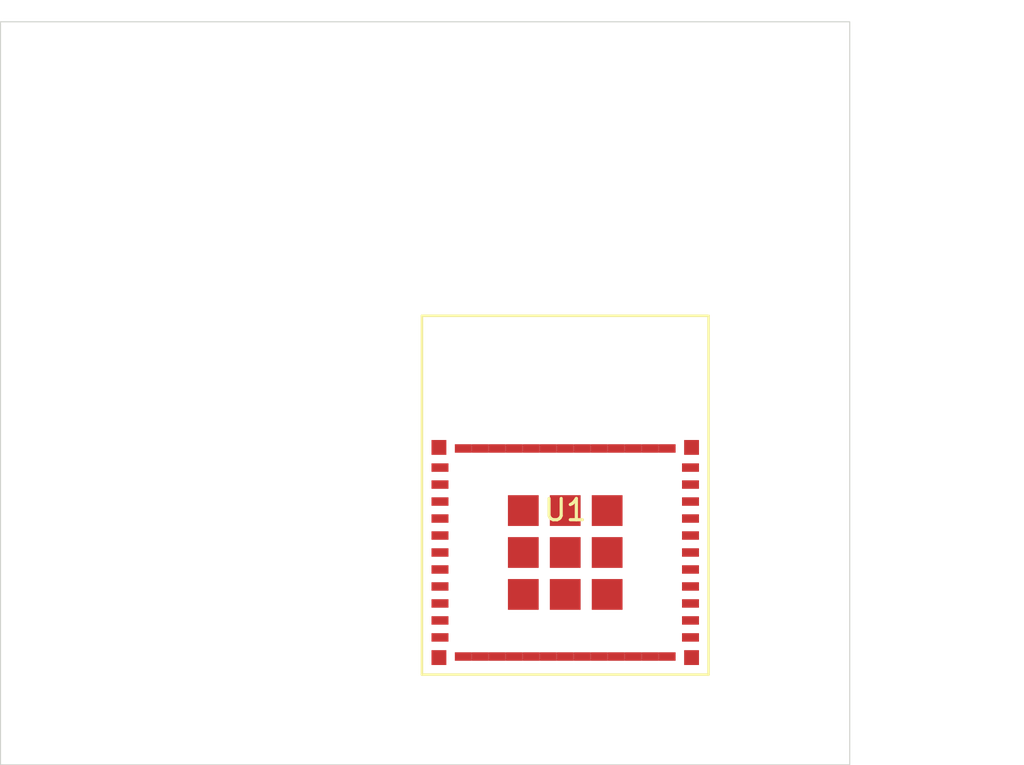
<source format=kicad_pcb>
(kicad_pcb (version 20241229) (generator "pcbnew") (generator_version "9.0")
  (layers (0 "F.Cu" signal) (2 "B.Cu" signal) (13 "F.Paste" user) (15 "B.Paste" user) (5 "F.SilkS" user "F.Silkscreen") (7 "B.SilkS" user "B.Silkscreen") (1 "F.Mask" user) (3 "B.Mask" user) (25 "Edge.Cuts" user))
  (net 0 "")
  (net 1 "DEBUG_EN")
  (net 2 "DEBUG_IO0")
  (net 3 "LED_CONTROL")
  (net 4 "VCC_3V3")
  (net 5 "GND")
  (net 6 "DEBUG_TX")
  (net 7 "DEBUG_RX")
  (net 8 "USB_DP")
  (net 9 "USB_DM")
  (footprint "RF_Module:ESP32-C6-MINI-1" (layer "F.Cu") (at 26.599999999999998 25.0)
    (property "Reference" "U1" (at 0 -2 0) (layer "F.SilkS") (effects (font (size 1.0 1.0))))
    (property "Value" "")
    (fp_line (start -6.75 -11.15) (end 6.75 -11.15) (stroke (width 0.12)) (layer "F.SilkS"))
    (fp_line (start -6.75 5.75) (end -6.75 -11.15) (stroke (width 0.12)) (layer "F.SilkS"))
    (fp_line (start 6.75 -11.15) (end 6.75 5.75) (stroke (width 0.12)) (layer "F.SilkS"))
    (fp_line (start 6.75 5.75) (end -6.75 5.75) (stroke (width 0.12)) (layer "F.SilkS"))
    (pad "1" smd rect (at -5.9 -4.0) (size 0.8 0.4) (layers "F.Cu" "F.Mask" "F.Paste") (net 5 "GND"))
    (pad "2" smd rect (at -5.9 -3.2) (size 0.8 0.4) (layers "F.Cu" "F.Mask" "F.Paste") (net 5 "GND"))
    (pad "3" smd rect (at -5.9 -2.4) (size 0.8 0.4) (layers "F.Cu" "F.Mask" "F.Paste") (net 4 "VCC_3V3"))
    (pad "4" smd rect (at -5.9 -1.6) (size 0.8 0.4) (layers "F.Cu" "F.Mask" "F.Paste"))
    (pad "5" smd rect (at -5.9 -0.8) (size 0.8 0.4) (layers "F.Cu" "F.Mask" "F.Paste"))
    (pad "6" smd rect (at -5.9 0.0) (size 0.8 0.4) (layers "F.Cu" "F.Mask" "F.Paste"))
    (pad "7" smd rect (at -5.9 0.8) (size 0.8 0.4) (layers "F.Cu" "F.Mask" "F.Paste"))
    (pad "8" smd rect (at -5.9 1.6) (size 0.8 0.4) (layers "F.Cu" "F.Mask" "F.Paste") (net 1 "DEBUG_EN"))
    (pad "9" smd rect (at -5.9 2.4) (size 0.8 0.4) (layers "F.Cu" "F.Mask" "F.Paste"))
    (pad "10" smd rect (at -5.9 3.2) (size 0.8 0.4) (layers "F.Cu" "F.Mask" "F.Paste"))
    (pad "11" smd rect (at -5.9 4.0) (size 0.8 0.4) (layers "F.Cu" "F.Mask" "F.Paste") (net 5 "GND"))
    (pad "12" smd rect (at -4.8 4.9) (size 0.8 0.4) (layers "F.Cu" "F.Mask" "F.Paste") (net 2 "DEBUG_IO0"))
    (pad "13" smd rect (at -4.0 4.9) (size 0.8 0.4) (layers "F.Cu" "F.Mask" "F.Paste"))
    (pad "14" smd rect (at -3.2 4.9) (size 0.8 0.4) (layers "F.Cu" "F.Mask" "F.Paste") (net 5 "GND"))
    (pad "15" smd rect (at -2.4 4.9) (size 0.8 0.4) (layers "F.Cu" "F.Mask" "F.Paste"))
    (pad "16" smd rect (at -1.6 4.9) (size 0.8 0.4) (layers "F.Cu" "F.Mask" "F.Paste"))
    (pad "17" smd rect (at -0.8 4.9) (size 0.8 0.4) (layers "F.Cu" "F.Mask" "F.Paste"))
    (pad "18" smd rect (at 0.0 4.9) (size 0.8 0.4) (layers "F.Cu" "F.Mask" "F.Paste"))
    (pad "19" smd rect (at 0.8 4.9) (size 0.8 0.4) (layers "F.Cu" "F.Mask" "F.Paste"))
    (pad "20" smd rect (at 1.6 4.9) (size 0.8 0.4) (layers "F.Cu" "F.Mask" "F.Paste"))
    (pad "21" smd rect (at 2.4 4.9) (size 0.8 0.4) (layers "F.Cu" "F.Mask" "F.Paste"))
    (pad "22" smd rect (at 3.2 4.9) (size 0.8 0.4) (layers "F.Cu" "F.Mask" "F.Paste") (net 3 "LED_CONTROL"))
    (pad "23" smd rect (at 4.0 4.9) (size 0.8 0.4) (layers "F.Cu" "F.Mask" "F.Paste"))
    (pad "24" smd rect (at 4.8 4.9) (size 0.8 0.4) (layers "F.Cu" "F.Mask" "F.Paste") (net 8 "USB_DP"))
    (pad "25" smd rect (at 5.9 4.0) (size 0.8 0.4) (layers "F.Cu" "F.Mask" "F.Paste") (net 9 "USB_DM"))
    (pad "26" smd rect (at 5.9 3.2) (size 0.8 0.4) (layers "F.Cu" "F.Mask" "F.Paste"))
    (pad "27" smd rect (at 5.9 2.4) (size 0.8 0.4) (layers "F.Cu" "F.Mask" "F.Paste"))
    (pad "28" smd rect (at 5.9 1.6) (size 0.8 0.4) (layers "F.Cu" "F.Mask" "F.Paste"))
    (pad "29" smd rect (at 5.9 0.8) (size 0.8 0.4) (layers "F.Cu" "F.Mask" "F.Paste"))
    (pad "30" smd rect (at 5.9 0.0) (size 0.8 0.4) (layers "F.Cu" "F.Mask" "F.Paste") (net 7 "DEBUG_RX"))
    (pad "31" smd rect (at 5.9 -0.8) (size 0.8 0.4) (layers "F.Cu" "F.Mask" "F.Paste") (net 6 "DEBUG_TX"))
    (pad "32" smd rect (at 5.9 -1.6) (size 0.8 0.4) (layers "F.Cu" "F.Mask" "F.Paste"))
    (pad "33" smd rect (at 5.9 -2.4) (size 0.8 0.4) (layers "F.Cu" "F.Mask" "F.Paste"))
    (pad "34" smd rect (at 5.9 -3.2) (size 0.8 0.4) (layers "F.Cu" "F.Mask" "F.Paste"))
    (pad "35" smd rect (at 5.9 -4.0) (size 0.8 0.4) (layers "F.Cu" "F.Mask" "F.Paste"))
    (pad "36" smd rect (at 4.8 -4.9) (size 0.8 0.4) (layers "F.Cu" "F.Mask" "F.Paste") (net 5 "GND"))
    (pad "37" smd rect (at 4.0 -4.9) (size 0.8 0.4) (layers "F.Cu" "F.Mask" "F.Paste") (net 5 "GND"))
    (pad "38" smd rect (at 3.2 -4.9) (size 0.8 0.4) (layers "F.Cu" "F.Mask" "F.Paste") (net 5 "GND"))
    (pad "39" smd rect (at 2.4 -4.9) (size 0.8 0.4) (layers "F.Cu" "F.Mask" "F.Paste") (net 5 "GND"))
    (pad "40" smd rect (at 1.6 -4.9) (size 0.8 0.4) (layers "F.Cu" "F.Mask" "F.Paste") (net 5 "GND"))
    (pad "41" smd rect (at 0.8 -4.9) (size 0.8 0.4) (layers "F.Cu" "F.Mask" "F.Paste") (net 5 "GND"))
    (pad "42" smd rect (at 0.0 -4.9) (size 0.8 0.4) (layers "F.Cu" "F.Mask" "F.Paste") (net 5 "GND"))
    (pad "43" smd rect (at -0.8 -4.9) (size 0.8 0.4) (layers "F.Cu" "F.Mask" "F.Paste") (net 5 "GND"))
    (pad "44" smd rect (at -1.6 -4.9) (size 0.8 0.4) (layers "F.Cu" "F.Mask" "F.Paste") (net 5 "GND"))
    (pad "45" smd rect (at -2.4 -4.9) (size 0.8 0.4) (layers "F.Cu" "F.Mask" "F.Paste") (net 5 "GND"))
    (pad "46" smd rect (at -3.2 -4.9) (size 0.8 0.4) (layers "F.Cu" "F.Mask" "F.Paste") (net 5 "GND"))
    (pad "47" smd rect (at -4.0 -4.9) (size 0.8 0.4) (layers "F.Cu" "F.Mask" "F.Paste") (net 5 "GND"))
    (pad "48" smd rect (at -4.8 -4.9) (size 0.8 0.4) (layers "F.Cu" "F.Mask" "F.Paste") (net 5 "GND"))
    (pad "49" smd roundrect (at -1.975 -1.975) (size 1.45 1.45) (layers "F.Cu" "F.Mask" "F.Paste") (roundrect_rratio 0.0) (net 5 "GND") (property pad_prop_heatsink))
    (pad "49" smd rect (at -1.975 0.0) (size 1.45 1.45) (layers "F.Cu" "F.Mask" "F.Paste") (net 5 "GND") (property pad_prop_heatsink))
    (pad "49" smd rect (at -1.975 1.975) (size 1.45 1.45) (layers "F.Cu" "F.Mask" "F.Paste") (net 5 "GND") (property pad_prop_heatsink))
    (pad "49" smd rect (at 0.0 -1.975) (size 1.45 1.45) (layers "F.Cu" "F.Mask" "F.Paste") (net 5 "GND") (property pad_prop_heatsink))
    (pad "49" smd rect (size 1.45 1.45) (layers "F.Cu" "F.Mask" "F.Paste") (net 5 "GND") (property pad_prop_heatsink))
    (pad "49" smd rect (at 0.0 1.975) (size 1.45 1.45) (layers "F.Cu" "F.Mask" "F.Paste") (net 5 "GND") (property pad_prop_heatsink))
    (pad "49" smd rect (at 1.975 -1.975) (size 1.45 1.45) (layers "F.Cu" "F.Mask" "F.Paste") (net 5 "GND") (property pad_prop_heatsink))
    (pad "49" smd rect (at 1.975 0.0) (size 1.45 1.45) (layers "F.Cu" "F.Mask" "F.Paste") (net 5 "GND") (property pad_prop_heatsink))
    (pad "49" smd rect (at 1.975 1.975) (size 1.45 1.45) (layers "F.Cu" "F.Mask" "F.Paste") (net 5 "GND") (property pad_prop_heatsink))
    (pad "50" smd rect (at 5.95 -4.95) (size 0.7 0.7) (layers "F.Cu" "F.Mask" "F.Paste") (net 5 "GND"))
    (pad "51" smd rect (at 5.95 4.95) (size 0.7 0.7) (layers "F.Cu" "F.Mask" "F.Paste") (net 5 "GND"))
    (pad "52" smd rect (at -5.95 4.95) (size 0.7 0.7) (layers "F.Cu" "F.Mask" "F.Paste") (net 5 "GND"))
    (pad "53" smd rect (at -5.95 -4.95) (size 0.7 0.7) (layers "F.Cu" "F.Mask" "F.Paste") (net 5 "GND"))
  )
  (gr_rect (start 0 0) (end 40.0 35.0) (stroke (width 0.05)) (fill no) (layer "Edge.Cuts"))
)
</source>
